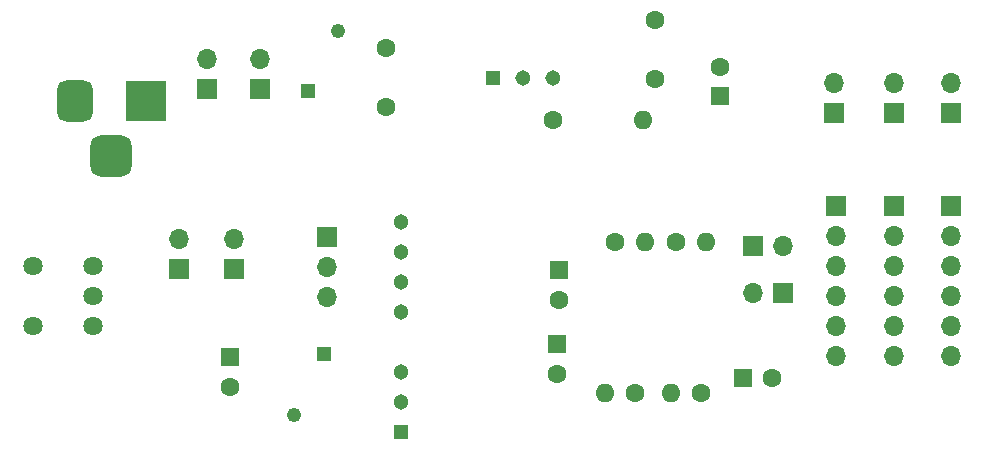
<source format=gbs>
%TF.GenerationSoftware,KiCad,Pcbnew,8.0.8*%
%TF.CreationDate,2025-06-29T12:51:07+09:00*%
%TF.ProjectId,PowerSeparate,506f7765-7253-4657-9061-726174652e6b,rev?*%
%TF.SameCoordinates,Original*%
%TF.FileFunction,Soldermask,Bot*%
%TF.FilePolarity,Negative*%
%FSLAX46Y46*%
G04 Gerber Fmt 4.6, Leading zero omitted, Abs format (unit mm)*
G04 Created by KiCad (PCBNEW 8.0.8) date 2025-06-29 12:51:07*
%MOMM*%
%LPD*%
G01*
G04 APERTURE LIST*
G04 Aperture macros list*
%AMRoundRect*
0 Rectangle with rounded corners*
0 $1 Rounding radius*
0 $2 $3 $4 $5 $6 $7 $8 $9 X,Y pos of 4 corners*
0 Add a 4 corners polygon primitive as box body*
4,1,4,$2,$3,$4,$5,$6,$7,$8,$9,$2,$3,0*
0 Add four circle primitives for the rounded corners*
1,1,$1+$1,$2,$3*
1,1,$1+$1,$4,$5*
1,1,$1+$1,$6,$7*
1,1,$1+$1,$8,$9*
0 Add four rect primitives between the rounded corners*
20,1,$1+$1,$2,$3,$4,$5,0*
20,1,$1+$1,$4,$5,$6,$7,0*
20,1,$1+$1,$6,$7,$8,$9,0*
20,1,$1+$1,$8,$9,$2,$3,0*%
G04 Aperture macros list end*
%ADD10R,1.600000X1.600000*%
%ADD11C,1.600000*%
%ADD12R,3.500000X3.500000*%
%ADD13RoundRect,0.750000X-0.750000X-1.000000X0.750000X-1.000000X0.750000X1.000000X-0.750000X1.000000X0*%
%ADD14RoundRect,0.875000X-0.875000X-0.875000X0.875000X-0.875000X0.875000X0.875000X-0.875000X0.875000X0*%
%ADD15R,1.700000X1.700000*%
%ADD16O,1.700000X1.700000*%
%ADD17O,1.600000X1.600000*%
%ADD18R,1.303000X1.303000*%
%ADD19C,1.303000*%
%ADD20R,1.217000X1.217000*%
%ADD21C,1.217000*%
%ADD22C,1.635000*%
%ADD23R,1.305000X1.305000*%
%ADD24C,1.305000*%
G04 APERTURE END LIST*
D10*
%TO.C,C3*%
X114808000Y-88517000D03*
D11*
X114808000Y-91017000D03*
%TD*%
D12*
%TO.C,PwJ1*%
X80041000Y-67907500D03*
D13*
X74041000Y-67907500D03*
D14*
X77041000Y-72607500D03*
%TD*%
D15*
%TO.C,PwJ2*%
X85217000Y-66929000D03*
D16*
X85217000Y-64389000D03*
%TD*%
D10*
%TO.C,C4*%
X130556000Y-91398000D03*
D11*
X133056000Y-91398000D03*
%TD*%
%TO.C,R2*%
X127029000Y-92668000D03*
D17*
X124489000Y-92668000D03*
%TD*%
D10*
%TO.C,PwC3*%
X128637000Y-67524000D03*
D11*
X128637000Y-65024000D03*
%TD*%
D15*
%TO.C,J4*%
X148209000Y-68961000D03*
D16*
X148209000Y-66421000D03*
%TD*%
D11*
%TO.C,R3*%
X124939000Y-79841000D03*
D17*
X127479000Y-79841000D03*
%TD*%
D15*
%TO.C,J3*%
X143383000Y-76835000D03*
D16*
X143383000Y-79375000D03*
X143383000Y-81915000D03*
X143383000Y-84455000D03*
X143383000Y-86995000D03*
X143383000Y-89535000D03*
%TD*%
D15*
%TO.C,J8*%
X133985000Y-84159000D03*
D16*
X131445000Y-84159000D03*
%TD*%
D15*
%TO.C,J2*%
X138430000Y-76835000D03*
D16*
X138430000Y-79375000D03*
X138430000Y-81915000D03*
X138430000Y-84455000D03*
X138430000Y-86995000D03*
X138430000Y-89535000D03*
%TD*%
D10*
%TO.C,C1*%
X87122000Y-89599900D03*
D11*
X87122000Y-92099900D03*
%TD*%
%TO.C,PwC1*%
X100330000Y-68413000D03*
X100330000Y-63413000D03*
%TD*%
D18*
%TO.C,PS1*%
X101600000Y-95900000D03*
D19*
X101600000Y-93360000D03*
X101600000Y-90820000D03*
X101600000Y-85740000D03*
X101600000Y-83200000D03*
X101600000Y-80660000D03*
X101600000Y-78120000D03*
%TD*%
D10*
%TO.C,C2*%
X114999900Y-82254000D03*
D11*
X114999900Y-84754000D03*
%TD*%
D15*
%TO.C,J6*%
X138303000Y-68961000D03*
D16*
X138303000Y-66421000D03*
%TD*%
D15*
%TO.C,J9*%
X131445000Y-80222000D03*
D16*
X133985000Y-80222000D03*
%TD*%
D20*
%TO.C,PwF2*%
X95148000Y-89356000D03*
D21*
X92558000Y-94456000D03*
%TD*%
D15*
%TO.C,J7*%
X148209000Y-76835000D03*
D16*
X148209000Y-79375000D03*
X148209000Y-81915000D03*
X148209000Y-84455000D03*
X148209000Y-86995000D03*
X148209000Y-89535000D03*
%TD*%
D20*
%TO.C,PwF1*%
X93726000Y-67056000D03*
D21*
X96316000Y-61956000D03*
%TD*%
D15*
%TO.C,PwJ5*%
X87503000Y-82174000D03*
D16*
X87503000Y-79634000D03*
%TD*%
D22*
%TO.C,PwS1*%
X75565000Y-87000000D03*
X75565000Y-84460000D03*
X75565000Y-81920000D03*
X70485000Y-81920000D03*
X70485000Y-87000000D03*
%TD*%
D11*
%TO.C,PwL1*%
X114540000Y-69556000D03*
D17*
X122160000Y-69556000D03*
%TD*%
D15*
%TO.C,J1*%
X95377000Y-79460000D03*
D16*
X95377000Y-82000000D03*
X95377000Y-84540000D03*
%TD*%
D11*
%TO.C,R1*%
X121412000Y-92668000D03*
D17*
X118872000Y-92668000D03*
%TD*%
D15*
%TO.C,J5*%
X143383000Y-68961000D03*
D16*
X143383000Y-66421000D03*
%TD*%
D11*
%TO.C,R4*%
X119732000Y-79841000D03*
D17*
X122272000Y-79841000D03*
%TD*%
D11*
%TO.C,PwC2*%
X123176000Y-66087000D03*
X123176000Y-61087000D03*
%TD*%
D15*
%TO.C,PwJ4*%
X89662000Y-66929000D03*
D16*
X89662000Y-64389000D03*
%TD*%
D23*
%TO.C,PwIC1*%
X109460000Y-66000000D03*
D24*
X112000000Y-66000000D03*
X114540000Y-66000000D03*
%TD*%
D15*
%TO.C,PwJ3*%
X82804000Y-82169000D03*
D16*
X82804000Y-79629000D03*
%TD*%
M02*

</source>
